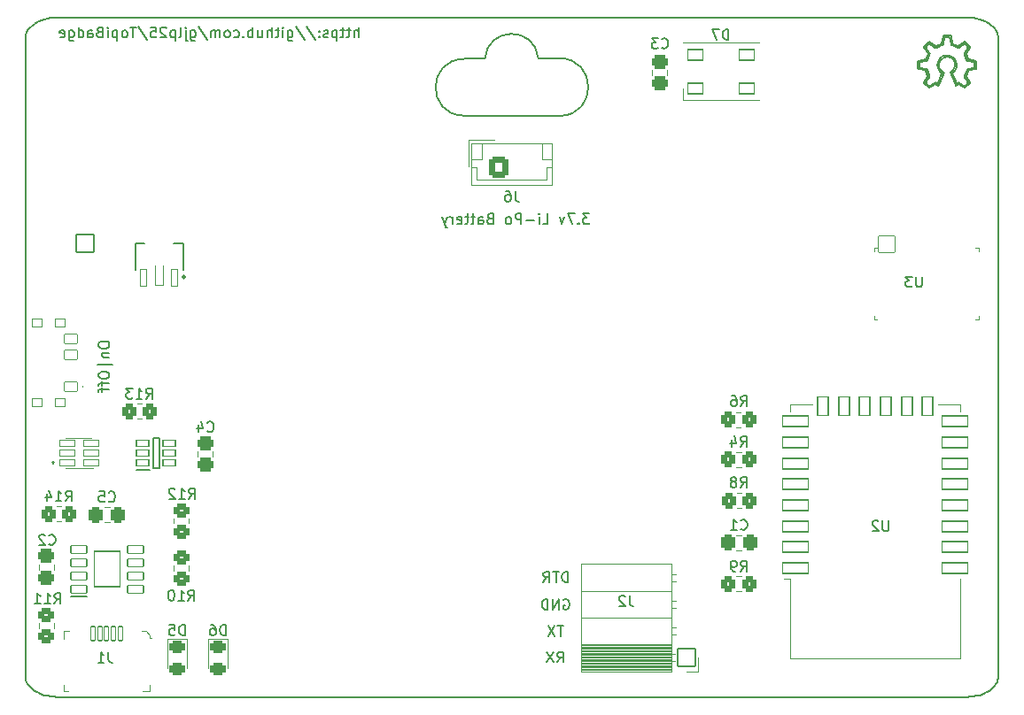
<source format=gbo>
G04 #@! TF.GenerationSoftware,KiCad,Pcbnew,(6.0.0)*
G04 #@! TF.CreationDate,2022-02-16T09:51:19+01:00*
G04 #@! TF.ProjectId,drawing.kicad_v2_pcb,64726177-696e-4672-9e6b-696361645f76,v2.1*
G04 #@! TF.SameCoordinates,Original*
G04 #@! TF.FileFunction,Legend,Bot*
G04 #@! TF.FilePolarity,Positive*
%FSLAX46Y46*%
G04 Gerber Fmt 4.6, Leading zero omitted, Abs format (unit mm)*
G04 Created by KiCad (PCBNEW (6.0.0)) date 2022-02-16 09:51:19*
%MOMM*%
%LPD*%
G01*
G04 APERTURE LIST*
G04 Aperture macros list*
%AMRoundRect*
0 Rectangle with rounded corners*
0 $1 Rounding radius*
0 $2 $3 $4 $5 $6 $7 $8 $9 X,Y pos of 4 corners*
0 Add a 4 corners polygon primitive as box body*
4,1,4,$2,$3,$4,$5,$6,$7,$8,$9,$2,$3,0*
0 Add four circle primitives for the rounded corners*
1,1,$1+$1,$2,$3*
1,1,$1+$1,$4,$5*
1,1,$1+$1,$6,$7*
1,1,$1+$1,$8,$9*
0 Add four rect primitives between the rounded corners*
20,1,$1+$1,$2,$3,$4,$5,0*
20,1,$1+$1,$4,$5,$6,$7,0*
20,1,$1+$1,$6,$7,$8,$9,0*
20,1,$1+$1,$8,$9,$2,$3,0*%
%AMFreePoly0*
4,1,17,0.450135,1.735921,1.035921,1.150135,1.050800,1.114214,1.050800,-1.114214,1.035921,-1.150135,0.450135,-1.735921,0.414214,-1.750800,-0.414214,-1.750800,-0.450135,-1.735921,-1.035921,-1.150135,-1.050800,-1.114214,-1.050800,1.114214,-1.035921,1.150135,-0.450135,1.735921,-0.414214,1.750800,0.414214,1.750800,0.450135,1.735921,0.450135,1.735921,$1*%
G04 Aperture macros list end*
G04 #@! TA.AperFunction,Profile*
%ADD10C,0.150000*%
G04 #@! TD*
%ADD11C,0.150000*%
%ADD12C,0.200000*%
G04 #@! TA.AperFunction,Profile*
%ADD13C,0.200000*%
G04 #@! TD*
%ADD14C,0.120000*%
%ADD15C,0.100000*%
%ADD16C,0.249999*%
%ADD17RoundRect,0.300800X-0.600000X-0.750000X0.600000X-0.750000X0.600000X0.750000X-0.600000X0.750000X0*%
%ADD18O,1.801600X2.101600*%
%ADD19RoundRect,0.050800X0.850000X0.850000X-0.850000X0.850000X-0.850000X-0.850000X0.850000X-0.850000X0*%
%ADD20O,1.801600X1.801600*%
%ADD21RoundRect,0.050800X0.200000X0.675000X-0.200000X0.675000X-0.200000X-0.675000X0.200000X-0.675000X0*%
%ADD22O,1.351600X1.051600*%
%ADD23O,1.101600X1.651600*%
%ADD24RoundRect,0.300800X0.350000X0.450000X-0.350000X0.450000X-0.350000X-0.450000X0.350000X-0.450000X0*%
%ADD25C,1.001600*%
%ADD26RoundRect,0.050800X0.625000X-0.450000X0.625000X0.450000X-0.625000X0.450000X-0.625000X-0.450000X0*%
%ADD27RoundRect,0.050800X0.450000X-0.400000X0.450000X0.400000X-0.450000X0.400000X-0.450000X-0.400000X0*%
%ADD28RoundRect,0.300800X0.450000X-0.350000X0.450000X0.350000X-0.450000X0.350000X-0.450000X-0.350000X0*%
%ADD29RoundRect,0.050800X-0.762500X0.350000X-0.762500X-0.350000X0.762500X-0.350000X0.762500X0.350000X0*%
%ADD30RoundRect,0.050800X-1.256500X-1.701000X1.256500X-1.701000X1.256500X1.701000X-1.256500X1.701000X0*%
%ADD31RoundRect,0.050800X-0.700000X0.300000X-0.700000X-0.300000X0.700000X-0.300000X0.700000X0.300000X0*%
%ADD32RoundRect,0.050800X-0.800000X0.800000X-0.800000X-0.800000X0.800000X-0.800000X0.800000X0.800000X0*%
%ADD33C,1.701600*%
%ADD34RoundRect,0.050800X0.299999X0.799999X-0.299999X0.799999X-0.299999X-0.799999X0.299999X-0.799999X0*%
%ADD35RoundRect,0.050800X0.350000X1.000000X-0.350000X1.000000X-0.350000X-1.000000X0.350000X-1.000000X0*%
%ADD36FreePoly0,180.000000*%
%ADD37RoundRect,0.050800X-1.250000X-0.500000X1.250000X-0.500000X1.250000X0.500000X-1.250000X0.500000X0*%
%ADD38RoundRect,0.050800X-0.500000X-0.900000X0.500000X-0.900000X0.500000X0.900000X-0.500000X0.900000X0*%
%ADD39RoundRect,0.050800X0.750000X0.500000X-0.750000X0.500000X-0.750000X-0.500000X0.750000X-0.500000X0*%
%ADD40RoundRect,0.300800X0.475000X-0.337500X0.475000X0.337500X-0.475000X0.337500X-0.475000X-0.337500X0*%
%ADD41RoundRect,0.300800X-0.450000X0.325000X-0.450000X-0.325000X0.450000X-0.325000X0.450000X0.325000X0*%
%ADD42RoundRect,0.300800X0.337500X0.475000X-0.337500X0.475000X-0.337500X-0.475000X0.337500X-0.475000X0*%
%ADD43RoundRect,0.050800X-0.600000X0.325000X-0.600000X-0.325000X0.600000X-0.325000X0.600000X0.325000X0*%
%ADD44RoundRect,0.050800X-0.850000X-0.850000X0.850000X-0.850000X0.850000X0.850000X-0.850000X0.850000X0*%
%ADD45RoundRect,0.300800X-0.350000X-0.450000X0.350000X-0.450000X0.350000X0.450000X-0.350000X0.450000X0*%
G04 APERTURE END LIST*
D10*
X157096620Y-70834873D02*
X147866620Y-70804873D01*
X147916669Y-65364807D02*
X149926620Y-65364873D01*
X157036620Y-65324874D02*
X155026620Y-65314873D01*
X155026619Y-65314873D02*
G75*
G03*
X149926620Y-65364873I-2548019J-227008D01*
G01*
X147916669Y-65394800D02*
G75*
G03*
X147866620Y-70804873I0J-2705268D01*
G01*
X157096620Y-70834872D02*
G75*
G03*
X157036620Y-65324874I-41644J2754872D01*
G01*
D11*
X137841904Y-63332380D02*
X137841904Y-62332380D01*
X137413333Y-63332380D02*
X137413333Y-62808571D01*
X137460952Y-62713333D01*
X137556190Y-62665714D01*
X137699047Y-62665714D01*
X137794285Y-62713333D01*
X137841904Y-62760952D01*
X137080000Y-62665714D02*
X136699047Y-62665714D01*
X136937142Y-62332380D02*
X136937142Y-63189523D01*
X136889523Y-63284761D01*
X136794285Y-63332380D01*
X136699047Y-63332380D01*
X136508571Y-62665714D02*
X136127619Y-62665714D01*
X136365714Y-62332380D02*
X136365714Y-63189523D01*
X136318095Y-63284761D01*
X136222857Y-63332380D01*
X136127619Y-63332380D01*
X135794285Y-62665714D02*
X135794285Y-63665714D01*
X135794285Y-62713333D02*
X135699047Y-62665714D01*
X135508571Y-62665714D01*
X135413333Y-62713333D01*
X135365714Y-62760952D01*
X135318095Y-62856190D01*
X135318095Y-63141904D01*
X135365714Y-63237142D01*
X135413333Y-63284761D01*
X135508571Y-63332380D01*
X135699047Y-63332380D01*
X135794285Y-63284761D01*
X134937142Y-63284761D02*
X134841904Y-63332380D01*
X134651428Y-63332380D01*
X134556190Y-63284761D01*
X134508571Y-63189523D01*
X134508571Y-63141904D01*
X134556190Y-63046666D01*
X134651428Y-62999047D01*
X134794285Y-62999047D01*
X134889523Y-62951428D01*
X134937142Y-62856190D01*
X134937142Y-62808571D01*
X134889523Y-62713333D01*
X134794285Y-62665714D01*
X134651428Y-62665714D01*
X134556190Y-62713333D01*
X134080000Y-63237142D02*
X134032380Y-63284761D01*
X134080000Y-63332380D01*
X134127619Y-63284761D01*
X134080000Y-63237142D01*
X134080000Y-63332380D01*
X134080000Y-62713333D02*
X134032380Y-62760952D01*
X134080000Y-62808571D01*
X134127619Y-62760952D01*
X134080000Y-62713333D01*
X134080000Y-62808571D01*
X132889523Y-62284761D02*
X133746666Y-63570476D01*
X131841904Y-62284761D02*
X132699047Y-63570476D01*
X131080000Y-62665714D02*
X131080000Y-63475238D01*
X131127619Y-63570476D01*
X131175238Y-63618095D01*
X131270476Y-63665714D01*
X131413333Y-63665714D01*
X131508571Y-63618095D01*
X131080000Y-63284761D02*
X131175238Y-63332380D01*
X131365714Y-63332380D01*
X131460952Y-63284761D01*
X131508571Y-63237142D01*
X131556190Y-63141904D01*
X131556190Y-62856190D01*
X131508571Y-62760952D01*
X131460952Y-62713333D01*
X131365714Y-62665714D01*
X131175238Y-62665714D01*
X131080000Y-62713333D01*
X130603809Y-63332380D02*
X130603809Y-62665714D01*
X130603809Y-62332380D02*
X130651428Y-62380000D01*
X130603809Y-62427619D01*
X130556190Y-62380000D01*
X130603809Y-62332380D01*
X130603809Y-62427619D01*
X130270476Y-62665714D02*
X129889523Y-62665714D01*
X130127619Y-62332380D02*
X130127619Y-63189523D01*
X130080000Y-63284761D01*
X129984761Y-63332380D01*
X129889523Y-63332380D01*
X129556190Y-63332380D02*
X129556190Y-62332380D01*
X129127619Y-63332380D02*
X129127619Y-62808571D01*
X129175238Y-62713333D01*
X129270476Y-62665714D01*
X129413333Y-62665714D01*
X129508571Y-62713333D01*
X129556190Y-62760952D01*
X128222857Y-62665714D02*
X128222857Y-63332380D01*
X128651428Y-62665714D02*
X128651428Y-63189523D01*
X128603809Y-63284761D01*
X128508571Y-63332380D01*
X128365714Y-63332380D01*
X128270476Y-63284761D01*
X128222857Y-63237142D01*
X127746666Y-63332380D02*
X127746666Y-62332380D01*
X127746666Y-62713333D02*
X127651428Y-62665714D01*
X127460952Y-62665714D01*
X127365714Y-62713333D01*
X127318095Y-62760952D01*
X127270476Y-62856190D01*
X127270476Y-63141904D01*
X127318095Y-63237142D01*
X127365714Y-63284761D01*
X127460952Y-63332380D01*
X127651428Y-63332380D01*
X127746666Y-63284761D01*
X126841904Y-63237142D02*
X126794285Y-63284761D01*
X126841904Y-63332380D01*
X126889523Y-63284761D01*
X126841904Y-63237142D01*
X126841904Y-63332380D01*
X125937142Y-63284761D02*
X126032380Y-63332380D01*
X126222857Y-63332380D01*
X126318095Y-63284761D01*
X126365714Y-63237142D01*
X126413333Y-63141904D01*
X126413333Y-62856190D01*
X126365714Y-62760952D01*
X126318095Y-62713333D01*
X126222857Y-62665714D01*
X126032380Y-62665714D01*
X125937142Y-62713333D01*
X125365714Y-63332380D02*
X125460952Y-63284761D01*
X125508571Y-63237142D01*
X125556190Y-63141904D01*
X125556190Y-62856190D01*
X125508571Y-62760952D01*
X125460952Y-62713333D01*
X125365714Y-62665714D01*
X125222857Y-62665714D01*
X125127619Y-62713333D01*
X125080000Y-62760952D01*
X125032380Y-62856190D01*
X125032380Y-63141904D01*
X125080000Y-63237142D01*
X125127619Y-63284761D01*
X125222857Y-63332380D01*
X125365714Y-63332380D01*
X124603809Y-63332380D02*
X124603809Y-62665714D01*
X124603809Y-62760952D02*
X124556190Y-62713333D01*
X124460952Y-62665714D01*
X124318095Y-62665714D01*
X124222857Y-62713333D01*
X124175238Y-62808571D01*
X124175238Y-63332380D01*
X124175238Y-62808571D02*
X124127619Y-62713333D01*
X124032380Y-62665714D01*
X123889523Y-62665714D01*
X123794285Y-62713333D01*
X123746666Y-62808571D01*
X123746666Y-63332380D01*
X122556190Y-62284761D02*
X123413333Y-63570476D01*
X121794285Y-62665714D02*
X121794285Y-63475238D01*
X121841904Y-63570476D01*
X121889523Y-63618095D01*
X121984761Y-63665714D01*
X122127619Y-63665714D01*
X122222857Y-63618095D01*
X121794285Y-63284761D02*
X121889523Y-63332380D01*
X122080000Y-63332380D01*
X122175238Y-63284761D01*
X122222857Y-63237142D01*
X122270476Y-63141904D01*
X122270476Y-62856190D01*
X122222857Y-62760952D01*
X122175238Y-62713333D01*
X122080000Y-62665714D01*
X121889523Y-62665714D01*
X121794285Y-62713333D01*
X121318095Y-62665714D02*
X121318095Y-63522857D01*
X121365714Y-63618095D01*
X121460952Y-63665714D01*
X121508571Y-63665714D01*
X121318095Y-62332380D02*
X121365714Y-62380000D01*
X121318095Y-62427619D01*
X121270476Y-62380000D01*
X121318095Y-62332380D01*
X121318095Y-62427619D01*
X120699047Y-63332380D02*
X120794285Y-63284761D01*
X120841904Y-63189523D01*
X120841904Y-62332380D01*
X120318095Y-62665714D02*
X120318095Y-63665714D01*
X120318095Y-62713333D02*
X120222857Y-62665714D01*
X120032380Y-62665714D01*
X119937142Y-62713333D01*
X119889523Y-62760952D01*
X119841904Y-62856190D01*
X119841904Y-63141904D01*
X119889523Y-63237142D01*
X119937142Y-63284761D01*
X120032380Y-63332380D01*
X120222857Y-63332380D01*
X120318095Y-63284761D01*
X119460952Y-62427619D02*
X119413333Y-62380000D01*
X119318095Y-62332380D01*
X119080000Y-62332380D01*
X118984761Y-62380000D01*
X118937142Y-62427619D01*
X118889523Y-62522857D01*
X118889523Y-62618095D01*
X118937142Y-62760952D01*
X119508571Y-63332380D01*
X118889523Y-63332380D01*
X117984761Y-62332380D02*
X118460952Y-62332380D01*
X118508571Y-62808571D01*
X118460952Y-62760952D01*
X118365714Y-62713333D01*
X118127619Y-62713333D01*
X118032380Y-62760952D01*
X117984761Y-62808571D01*
X117937142Y-62903809D01*
X117937142Y-63141904D01*
X117984761Y-63237142D01*
X118032380Y-63284761D01*
X118127619Y-63332380D01*
X118365714Y-63332380D01*
X118460952Y-63284761D01*
X118508571Y-63237142D01*
X116794285Y-62284761D02*
X117651428Y-63570476D01*
X116603809Y-62332380D02*
X116032380Y-62332380D01*
X116318095Y-63332380D02*
X116318095Y-62332380D01*
X115556190Y-63332380D02*
X115651428Y-63284761D01*
X115699047Y-63237142D01*
X115746666Y-63141904D01*
X115746666Y-62856190D01*
X115699047Y-62760952D01*
X115651428Y-62713333D01*
X115556190Y-62665714D01*
X115413333Y-62665714D01*
X115318095Y-62713333D01*
X115270476Y-62760952D01*
X115222857Y-62856190D01*
X115222857Y-63141904D01*
X115270476Y-63237142D01*
X115318095Y-63284761D01*
X115413333Y-63332380D01*
X115556190Y-63332380D01*
X114794285Y-62665714D02*
X114794285Y-63665714D01*
X114794285Y-62713333D02*
X114699047Y-62665714D01*
X114508571Y-62665714D01*
X114413333Y-62713333D01*
X114365714Y-62760952D01*
X114318095Y-62856190D01*
X114318095Y-63141904D01*
X114365714Y-63237142D01*
X114413333Y-63284761D01*
X114508571Y-63332380D01*
X114699047Y-63332380D01*
X114794285Y-63284761D01*
X113889523Y-63332380D02*
X113889523Y-62665714D01*
X113889523Y-62332380D02*
X113937142Y-62380000D01*
X113889523Y-62427619D01*
X113841904Y-62380000D01*
X113889523Y-62332380D01*
X113889523Y-62427619D01*
X113080000Y-62808571D02*
X112937142Y-62856190D01*
X112889523Y-62903809D01*
X112841904Y-62999047D01*
X112841904Y-63141904D01*
X112889523Y-63237142D01*
X112937142Y-63284761D01*
X113032380Y-63332380D01*
X113413333Y-63332380D01*
X113413333Y-62332380D01*
X113080000Y-62332380D01*
X112984761Y-62380000D01*
X112937142Y-62427619D01*
X112889523Y-62522857D01*
X112889523Y-62618095D01*
X112937142Y-62713333D01*
X112984761Y-62760952D01*
X113080000Y-62808571D01*
X113413333Y-62808571D01*
X111984761Y-63332380D02*
X111984761Y-62808571D01*
X112032380Y-62713333D01*
X112127619Y-62665714D01*
X112318095Y-62665714D01*
X112413333Y-62713333D01*
X111984761Y-63284761D02*
X112080000Y-63332380D01*
X112318095Y-63332380D01*
X112413333Y-63284761D01*
X112460952Y-63189523D01*
X112460952Y-63094285D01*
X112413333Y-62999047D01*
X112318095Y-62951428D01*
X112080000Y-62951428D01*
X111984761Y-62903809D01*
X111080000Y-63332380D02*
X111080000Y-62332380D01*
X111080000Y-63284761D02*
X111175238Y-63332380D01*
X111365714Y-63332380D01*
X111460952Y-63284761D01*
X111508571Y-63237142D01*
X111556190Y-63141904D01*
X111556190Y-62856190D01*
X111508571Y-62760952D01*
X111460952Y-62713333D01*
X111365714Y-62665714D01*
X111175238Y-62665714D01*
X111080000Y-62713333D01*
X110175238Y-62665714D02*
X110175238Y-63475238D01*
X110222857Y-63570476D01*
X110270476Y-63618095D01*
X110365714Y-63665714D01*
X110508571Y-63665714D01*
X110603809Y-63618095D01*
X110175238Y-63284761D02*
X110270476Y-63332380D01*
X110460952Y-63332380D01*
X110556190Y-63284761D01*
X110603809Y-63237142D01*
X110651428Y-63141904D01*
X110651428Y-62856190D01*
X110603809Y-62760952D01*
X110556190Y-62713333D01*
X110460952Y-62665714D01*
X110270476Y-62665714D01*
X110175238Y-62713333D01*
X109318095Y-63284761D02*
X109413333Y-63332380D01*
X109603809Y-63332380D01*
X109699047Y-63284761D01*
X109746666Y-63189523D01*
X109746666Y-62808571D01*
X109699047Y-62713333D01*
X109603809Y-62665714D01*
X109413333Y-62665714D01*
X109318095Y-62713333D01*
X109270476Y-62808571D01*
X109270476Y-62903809D01*
X109746666Y-62999047D01*
D12*
X199009991Y-124410835D02*
X198994558Y-124617854D01*
X198949252Y-124818762D01*
X198875557Y-125012559D01*
X198774959Y-125198246D01*
X198648943Y-125374823D01*
X198498994Y-125541290D01*
X198326598Y-125696648D01*
X198133240Y-125839897D01*
X197920406Y-125970037D01*
X197689580Y-126086068D01*
X197442248Y-126186991D01*
X197179896Y-126271807D01*
X196904009Y-126339514D01*
X196616072Y-126389115D01*
X196317570Y-126419608D01*
X196009990Y-126429995D01*
X196009990Y-61430000D02*
X196317570Y-61440386D01*
X196616072Y-61470880D01*
X196904009Y-61520480D01*
X197179896Y-61588188D01*
X197442248Y-61673004D01*
X197689580Y-61773927D01*
X197920406Y-61889959D01*
X198133240Y-62020099D01*
X198326598Y-62163348D01*
X198498994Y-62318706D01*
X198648943Y-62485173D01*
X198774959Y-62661750D01*
X198875557Y-62847436D01*
X198949252Y-63041233D01*
X198994558Y-63242140D01*
X199009991Y-63449159D01*
D13*
X109010000Y-61430000D02*
X109010000Y-61430000D01*
D12*
X109010000Y-126429995D02*
X108702419Y-126419608D01*
X108403917Y-126389115D01*
X108115979Y-126339514D01*
X107840092Y-126271807D01*
X107577739Y-126186991D01*
X107330408Y-126086068D01*
X107099582Y-125970037D01*
X106886747Y-125839897D01*
X106693389Y-125696648D01*
X106520992Y-125541290D01*
X106371043Y-125374823D01*
X106245027Y-125198246D01*
X106144429Y-125012559D01*
X106070734Y-124818762D01*
X106025428Y-124617854D01*
X106009996Y-124410835D01*
D13*
X196009990Y-126429995D02*
X109010000Y-126429995D01*
X199009991Y-63449159D02*
X199009991Y-124410835D01*
D12*
X106009996Y-63449159D02*
X106025428Y-63242140D01*
X106070734Y-63041233D01*
X106144429Y-62847436D01*
X106245027Y-62661750D01*
X106371043Y-62485173D01*
X106520992Y-62318706D01*
X106693389Y-62163348D01*
X106886747Y-62020099D01*
X107099582Y-61889959D01*
X107330408Y-61773927D01*
X107577739Y-61673004D01*
X107840092Y-61588188D01*
X108115979Y-61520480D01*
X108403917Y-61470880D01*
X108702419Y-61440386D01*
X109010000Y-61430000D01*
D13*
X106009996Y-124410835D02*
X106009996Y-63449159D01*
X109010000Y-61430000D02*
X196009990Y-61430000D01*
D11*
X157431904Y-119612380D02*
X156860476Y-119612380D01*
X157146190Y-120612380D02*
X157146190Y-119612380D01*
X156622380Y-119612380D02*
X155955714Y-120612380D01*
X155955714Y-119612380D02*
X156622380Y-120612380D01*
X157451904Y-117120000D02*
X157547142Y-117072380D01*
X157690000Y-117072380D01*
X157832857Y-117120000D01*
X157928095Y-117215238D01*
X157975714Y-117310476D01*
X158023333Y-117500952D01*
X158023333Y-117643809D01*
X157975714Y-117834285D01*
X157928095Y-117929523D01*
X157832857Y-118024761D01*
X157690000Y-118072380D01*
X157594761Y-118072380D01*
X157451904Y-118024761D01*
X157404285Y-117977142D01*
X157404285Y-117643809D01*
X157594761Y-117643809D01*
X156975714Y-118072380D02*
X156975714Y-117072380D01*
X156404285Y-118072380D01*
X156404285Y-117072380D01*
X155928095Y-118072380D02*
X155928095Y-117072380D01*
X155690000Y-117072380D01*
X155547142Y-117120000D01*
X155451904Y-117215238D01*
X155404285Y-117310476D01*
X155356666Y-117500952D01*
X155356666Y-117643809D01*
X155404285Y-117834285D01*
X155451904Y-117929523D01*
X155547142Y-118024761D01*
X155690000Y-118072380D01*
X155928095Y-118072380D01*
X159917619Y-80182380D02*
X159298571Y-80182380D01*
X159631904Y-80563333D01*
X159489047Y-80563333D01*
X159393809Y-80610952D01*
X159346190Y-80658571D01*
X159298571Y-80753809D01*
X159298571Y-80991904D01*
X159346190Y-81087142D01*
X159393809Y-81134761D01*
X159489047Y-81182380D01*
X159774761Y-81182380D01*
X159870000Y-81134761D01*
X159917619Y-81087142D01*
X158870000Y-81087142D02*
X158822380Y-81134761D01*
X158870000Y-81182380D01*
X158917619Y-81134761D01*
X158870000Y-81087142D01*
X158870000Y-81182380D01*
X158489047Y-80182380D02*
X157822380Y-80182380D01*
X158250952Y-81182380D01*
X157536666Y-80515714D02*
X157298571Y-81182380D01*
X157060476Y-80515714D01*
X155441428Y-81182380D02*
X155917619Y-81182380D01*
X155917619Y-80182380D01*
X155108095Y-81182380D02*
X155108095Y-80515714D01*
X155108095Y-80182380D02*
X155155714Y-80230000D01*
X155108095Y-80277619D01*
X155060476Y-80230000D01*
X155108095Y-80182380D01*
X155108095Y-80277619D01*
X154631904Y-80801428D02*
X153870000Y-80801428D01*
X153393809Y-81182380D02*
X153393809Y-80182380D01*
X153012857Y-80182380D01*
X152917619Y-80230000D01*
X152870000Y-80277619D01*
X152822380Y-80372857D01*
X152822380Y-80515714D01*
X152870000Y-80610952D01*
X152917619Y-80658571D01*
X153012857Y-80706190D01*
X153393809Y-80706190D01*
X152250952Y-81182380D02*
X152346190Y-81134761D01*
X152393809Y-81087142D01*
X152441428Y-80991904D01*
X152441428Y-80706190D01*
X152393809Y-80610952D01*
X152346190Y-80563333D01*
X152250952Y-80515714D01*
X152108095Y-80515714D01*
X152012857Y-80563333D01*
X151965238Y-80610952D01*
X151917619Y-80706190D01*
X151917619Y-80991904D01*
X151965238Y-81087142D01*
X152012857Y-81134761D01*
X152108095Y-81182380D01*
X152250952Y-81182380D01*
X150393809Y-80658571D02*
X150250952Y-80706190D01*
X150203333Y-80753809D01*
X150155714Y-80849047D01*
X150155714Y-80991904D01*
X150203333Y-81087142D01*
X150250952Y-81134761D01*
X150346190Y-81182380D01*
X150727142Y-81182380D01*
X150727142Y-80182380D01*
X150393809Y-80182380D01*
X150298571Y-80230000D01*
X150250952Y-80277619D01*
X150203333Y-80372857D01*
X150203333Y-80468095D01*
X150250952Y-80563333D01*
X150298571Y-80610952D01*
X150393809Y-80658571D01*
X150727142Y-80658571D01*
X149298571Y-81182380D02*
X149298571Y-80658571D01*
X149346190Y-80563333D01*
X149441428Y-80515714D01*
X149631904Y-80515714D01*
X149727142Y-80563333D01*
X149298571Y-81134761D02*
X149393809Y-81182380D01*
X149631904Y-81182380D01*
X149727142Y-81134761D01*
X149774761Y-81039523D01*
X149774761Y-80944285D01*
X149727142Y-80849047D01*
X149631904Y-80801428D01*
X149393809Y-80801428D01*
X149298571Y-80753809D01*
X148965238Y-80515714D02*
X148584285Y-80515714D01*
X148822380Y-80182380D02*
X148822380Y-81039523D01*
X148774761Y-81134761D01*
X148679523Y-81182380D01*
X148584285Y-81182380D01*
X148393809Y-80515714D02*
X148012857Y-80515714D01*
X148250952Y-80182380D02*
X148250952Y-81039523D01*
X148203333Y-81134761D01*
X148108095Y-81182380D01*
X148012857Y-81182380D01*
X147298571Y-81134761D02*
X147393809Y-81182380D01*
X147584285Y-81182380D01*
X147679523Y-81134761D01*
X147727142Y-81039523D01*
X147727142Y-80658571D01*
X147679523Y-80563333D01*
X147584285Y-80515714D01*
X147393809Y-80515714D01*
X147298571Y-80563333D01*
X147250952Y-80658571D01*
X147250952Y-80753809D01*
X147727142Y-80849047D01*
X146822380Y-81182380D02*
X146822380Y-80515714D01*
X146822380Y-80706190D02*
X146774761Y-80610952D01*
X146727142Y-80563333D01*
X146631904Y-80515714D01*
X146536666Y-80515714D01*
X146298571Y-80515714D02*
X146060476Y-81182380D01*
X145822380Y-80515714D02*
X146060476Y-81182380D01*
X146155714Y-81420476D01*
X146203333Y-81468095D01*
X146298571Y-81515714D01*
X113015780Y-92648352D02*
X113015780Y-92838828D01*
X113063400Y-92934066D01*
X113158638Y-93029304D01*
X113349114Y-93076923D01*
X113682447Y-93076923D01*
X113872923Y-93029304D01*
X113968161Y-92934066D01*
X114015780Y-92838828D01*
X114015780Y-92648352D01*
X113968161Y-92553114D01*
X113872923Y-92457876D01*
X113682447Y-92410257D01*
X113349114Y-92410257D01*
X113158638Y-92457876D01*
X113063400Y-92553114D01*
X113015780Y-92648352D01*
X113349114Y-93505495D02*
X114015780Y-93505495D01*
X113444352Y-93505495D02*
X113396733Y-93553114D01*
X113349114Y-93648352D01*
X113349114Y-93791209D01*
X113396733Y-93886447D01*
X113491971Y-93934066D01*
X114015780Y-93934066D01*
X114349114Y-94648352D02*
X112920542Y-94648352D01*
X113015780Y-95553114D02*
X113015780Y-95743590D01*
X113063400Y-95838828D01*
X113158638Y-95934066D01*
X113349114Y-95981685D01*
X113682447Y-95981685D01*
X113872923Y-95934066D01*
X113968161Y-95838828D01*
X114015780Y-95743590D01*
X114015780Y-95553114D01*
X113968161Y-95457876D01*
X113872923Y-95362638D01*
X113682447Y-95315019D01*
X113349114Y-95315019D01*
X113158638Y-95362638D01*
X113063400Y-95457876D01*
X113015780Y-95553114D01*
X113349114Y-96267400D02*
X113349114Y-96648352D01*
X114015780Y-96410257D02*
X113158638Y-96410257D01*
X113063400Y-96457876D01*
X113015780Y-96553114D01*
X113015780Y-96648352D01*
X113349114Y-96838828D02*
X113349114Y-97219780D01*
X114015780Y-96981685D02*
X113158638Y-96981685D01*
X113063400Y-97029304D01*
X113015780Y-97124542D01*
X113015780Y-97219780D01*
X156836666Y-123112380D02*
X157170000Y-122636190D01*
X157408095Y-123112380D02*
X157408095Y-122112380D01*
X157027142Y-122112380D01*
X156931904Y-122160000D01*
X156884285Y-122207619D01*
X156836666Y-122302857D01*
X156836666Y-122445714D01*
X156884285Y-122540952D01*
X156931904Y-122588571D01*
X157027142Y-122636190D01*
X157408095Y-122636190D01*
X156503333Y-122112380D02*
X155836666Y-123112380D01*
X155836666Y-122112380D02*
X156503333Y-123112380D01*
X157852857Y-115452380D02*
X157852857Y-114452380D01*
X157614761Y-114452380D01*
X157471904Y-114500000D01*
X157376666Y-114595238D01*
X157329047Y-114690476D01*
X157281428Y-114880952D01*
X157281428Y-115023809D01*
X157329047Y-115214285D01*
X157376666Y-115309523D01*
X157471904Y-115404761D01*
X157614761Y-115452380D01*
X157852857Y-115452380D01*
X156995714Y-114452380D02*
X156424285Y-114452380D01*
X156710000Y-115452380D02*
X156710000Y-114452380D01*
X155519523Y-115452380D02*
X155852857Y-114976190D01*
X156090952Y-115452380D02*
X156090952Y-114452380D01*
X155710000Y-114452380D01*
X155614761Y-114500000D01*
X155567142Y-114547619D01*
X155519523Y-114642857D01*
X155519523Y-114785714D01*
X155567142Y-114880952D01*
X155614761Y-114928571D01*
X155710000Y-114976190D01*
X156090952Y-114976190D01*
X152833333Y-78012380D02*
X152833333Y-78726666D01*
X152880952Y-78869523D01*
X152976190Y-78964761D01*
X153119047Y-79012380D01*
X153214285Y-79012380D01*
X151928571Y-78012380D02*
X152119047Y-78012380D01*
X152214285Y-78060000D01*
X152261904Y-78107619D01*
X152357142Y-78250476D01*
X152404761Y-78440952D01*
X152404761Y-78821904D01*
X152357142Y-78917142D01*
X152309523Y-78964761D01*
X152214285Y-79012380D01*
X152023809Y-79012380D01*
X151928571Y-78964761D01*
X151880952Y-78917142D01*
X151833333Y-78821904D01*
X151833333Y-78583809D01*
X151880952Y-78488571D01*
X151928571Y-78440952D01*
X152023809Y-78393333D01*
X152214285Y-78393333D01*
X152309523Y-78440952D01*
X152357142Y-78488571D01*
X152404761Y-78583809D01*
X113943333Y-122132380D02*
X113943333Y-122846666D01*
X113990952Y-122989523D01*
X114086190Y-123084761D01*
X114229047Y-123132380D01*
X114324285Y-123132380D01*
X112943333Y-123132380D02*
X113514761Y-123132380D01*
X113229047Y-123132380D02*
X113229047Y-122132380D01*
X113324285Y-122275238D01*
X113419523Y-122370476D01*
X113514761Y-122418095D01*
X174356666Y-106382380D02*
X174690000Y-105906190D01*
X174928095Y-106382380D02*
X174928095Y-105382380D01*
X174547142Y-105382380D01*
X174451904Y-105430000D01*
X174404285Y-105477619D01*
X174356666Y-105572857D01*
X174356666Y-105715714D01*
X174404285Y-105810952D01*
X174451904Y-105858571D01*
X174547142Y-105906190D01*
X174928095Y-105906190D01*
X173785238Y-105810952D02*
X173880476Y-105763333D01*
X173928095Y-105715714D01*
X173975714Y-105620476D01*
X173975714Y-105572857D01*
X173928095Y-105477619D01*
X173880476Y-105430000D01*
X173785238Y-105382380D01*
X173594761Y-105382380D01*
X173499523Y-105430000D01*
X173451904Y-105477619D01*
X173404285Y-105572857D01*
X173404285Y-105620476D01*
X173451904Y-105715714D01*
X173499523Y-105763333D01*
X173594761Y-105810952D01*
X173785238Y-105810952D01*
X173880476Y-105858571D01*
X173928095Y-105906190D01*
X173975714Y-106001428D01*
X173975714Y-106191904D01*
X173928095Y-106287142D01*
X173880476Y-106334761D01*
X173785238Y-106382380D01*
X173594761Y-106382380D01*
X173499523Y-106334761D01*
X173451904Y-106287142D01*
X173404285Y-106191904D01*
X173404285Y-106001428D01*
X173451904Y-105906190D01*
X173499523Y-105858571D01*
X173594761Y-105810952D01*
X109842857Y-107702380D02*
X110176190Y-107226190D01*
X110414285Y-107702380D02*
X110414285Y-106702380D01*
X110033333Y-106702380D01*
X109938095Y-106750000D01*
X109890476Y-106797619D01*
X109842857Y-106892857D01*
X109842857Y-107035714D01*
X109890476Y-107130952D01*
X109938095Y-107178571D01*
X110033333Y-107226190D01*
X110414285Y-107226190D01*
X108890476Y-107702380D02*
X109461904Y-107702380D01*
X109176190Y-107702380D02*
X109176190Y-106702380D01*
X109271428Y-106845238D01*
X109366666Y-106940476D01*
X109461904Y-106988095D01*
X108033333Y-107035714D02*
X108033333Y-107702380D01*
X108271428Y-106654761D02*
X108509523Y-107369047D01*
X107890476Y-107369047D01*
X121562857Y-117212380D02*
X121896190Y-116736190D01*
X122134285Y-117212380D02*
X122134285Y-116212380D01*
X121753333Y-116212380D01*
X121658095Y-116260000D01*
X121610476Y-116307619D01*
X121562857Y-116402857D01*
X121562857Y-116545714D01*
X121610476Y-116640952D01*
X121658095Y-116688571D01*
X121753333Y-116736190D01*
X122134285Y-116736190D01*
X120610476Y-117212380D02*
X121181904Y-117212380D01*
X120896190Y-117212380D02*
X120896190Y-116212380D01*
X120991428Y-116355238D01*
X121086666Y-116450476D01*
X121181904Y-116498095D01*
X119991428Y-116212380D02*
X119896190Y-116212380D01*
X119800952Y-116260000D01*
X119753333Y-116307619D01*
X119705714Y-116402857D01*
X119658095Y-116593333D01*
X119658095Y-116831428D01*
X119705714Y-117021904D01*
X119753333Y-117117142D01*
X119800952Y-117164761D01*
X119896190Y-117212380D01*
X119991428Y-117212380D01*
X120086666Y-117164761D01*
X120134285Y-117117142D01*
X120181904Y-117021904D01*
X120229523Y-116831428D01*
X120229523Y-116593333D01*
X120181904Y-116402857D01*
X120134285Y-116307619D01*
X120086666Y-116260000D01*
X119991428Y-116212380D01*
X191721904Y-86222380D02*
X191721904Y-87031904D01*
X191674285Y-87127142D01*
X191626666Y-87174761D01*
X191531428Y-87222380D01*
X191340952Y-87222380D01*
X191245714Y-87174761D01*
X191198095Y-87127142D01*
X191150476Y-87031904D01*
X191150476Y-86222380D01*
X190769523Y-86222380D02*
X190150476Y-86222380D01*
X190483809Y-86603333D01*
X190340952Y-86603333D01*
X190245714Y-86650952D01*
X190198095Y-86698571D01*
X190150476Y-86793809D01*
X190150476Y-87031904D01*
X190198095Y-87127142D01*
X190245714Y-87174761D01*
X190340952Y-87222380D01*
X190626666Y-87222380D01*
X190721904Y-87174761D01*
X190769523Y-87127142D01*
X117542857Y-97902380D02*
X117876190Y-97426190D01*
X118114285Y-97902380D02*
X118114285Y-96902380D01*
X117733333Y-96902380D01*
X117638095Y-96950000D01*
X117590476Y-96997619D01*
X117542857Y-97092857D01*
X117542857Y-97235714D01*
X117590476Y-97330952D01*
X117638095Y-97378571D01*
X117733333Y-97426190D01*
X118114285Y-97426190D01*
X116590476Y-97902380D02*
X117161904Y-97902380D01*
X116876190Y-97902380D02*
X116876190Y-96902380D01*
X116971428Y-97045238D01*
X117066666Y-97140476D01*
X117161904Y-97188095D01*
X116257142Y-96902380D02*
X115638095Y-96902380D01*
X115971428Y-97283333D01*
X115828571Y-97283333D01*
X115733333Y-97330952D01*
X115685714Y-97378571D01*
X115638095Y-97473809D01*
X115638095Y-97711904D01*
X115685714Y-97807142D01*
X115733333Y-97854761D01*
X115828571Y-97902380D01*
X116114285Y-97902380D01*
X116209523Y-97854761D01*
X116257142Y-97807142D01*
X188511904Y-109562380D02*
X188511904Y-110371904D01*
X188464285Y-110467142D01*
X188416666Y-110514761D01*
X188321428Y-110562380D01*
X188130952Y-110562380D01*
X188035714Y-110514761D01*
X187988095Y-110467142D01*
X187940476Y-110371904D01*
X187940476Y-109562380D01*
X187511904Y-109657619D02*
X187464285Y-109610000D01*
X187369047Y-109562380D01*
X187130952Y-109562380D01*
X187035714Y-109610000D01*
X186988095Y-109657619D01*
X186940476Y-109752857D01*
X186940476Y-109848095D01*
X186988095Y-109990952D01*
X187559523Y-110562380D01*
X186940476Y-110562380D01*
X173204095Y-63551180D02*
X173204095Y-62551180D01*
X172966000Y-62551180D01*
X172823142Y-62598800D01*
X172727904Y-62694038D01*
X172680285Y-62789276D01*
X172632666Y-62979752D01*
X172632666Y-63122609D01*
X172680285Y-63313085D01*
X172727904Y-63408323D01*
X172823142Y-63503561D01*
X172966000Y-63551180D01*
X173204095Y-63551180D01*
X172299333Y-62551180D02*
X171632666Y-62551180D01*
X172061238Y-63551180D01*
X123386666Y-100997142D02*
X123434285Y-101044761D01*
X123577142Y-101092380D01*
X123672380Y-101092380D01*
X123815238Y-101044761D01*
X123910476Y-100949523D01*
X123958095Y-100854285D01*
X124005714Y-100663809D01*
X124005714Y-100520952D01*
X123958095Y-100330476D01*
X123910476Y-100235238D01*
X123815238Y-100140000D01*
X123672380Y-100092380D01*
X123577142Y-100092380D01*
X123434285Y-100140000D01*
X123386666Y-100187619D01*
X122529523Y-100425714D02*
X122529523Y-101092380D01*
X122767619Y-100044761D02*
X123005714Y-100759047D01*
X122386666Y-100759047D01*
X174366666Y-114402380D02*
X174700000Y-113926190D01*
X174938095Y-114402380D02*
X174938095Y-113402380D01*
X174557142Y-113402380D01*
X174461904Y-113450000D01*
X174414285Y-113497619D01*
X174366666Y-113592857D01*
X174366666Y-113735714D01*
X174414285Y-113830952D01*
X174461904Y-113878571D01*
X174557142Y-113926190D01*
X174938095Y-113926190D01*
X173890476Y-114402380D02*
X173700000Y-114402380D01*
X173604761Y-114354761D01*
X173557142Y-114307142D01*
X173461904Y-114164285D01*
X173414285Y-113973809D01*
X173414285Y-113592857D01*
X173461904Y-113497619D01*
X173509523Y-113450000D01*
X173604761Y-113402380D01*
X173795238Y-113402380D01*
X173890476Y-113450000D01*
X173938095Y-113497619D01*
X173985714Y-113592857D01*
X173985714Y-113830952D01*
X173938095Y-113926190D01*
X173890476Y-113973809D01*
X173795238Y-114021428D01*
X173604761Y-114021428D01*
X173509523Y-113973809D01*
X173461904Y-113926190D01*
X173414285Y-113830952D01*
X121238095Y-120522380D02*
X121238095Y-119522380D01*
X121000000Y-119522380D01*
X120857142Y-119570000D01*
X120761904Y-119665238D01*
X120714285Y-119760476D01*
X120666666Y-119950952D01*
X120666666Y-120093809D01*
X120714285Y-120284285D01*
X120761904Y-120379523D01*
X120857142Y-120474761D01*
X121000000Y-120522380D01*
X121238095Y-120522380D01*
X119761904Y-119522380D02*
X120238095Y-119522380D01*
X120285714Y-119998571D01*
X120238095Y-119950952D01*
X120142857Y-119903333D01*
X119904761Y-119903333D01*
X119809523Y-119950952D01*
X119761904Y-119998571D01*
X119714285Y-120093809D01*
X119714285Y-120331904D01*
X119761904Y-120427142D01*
X119809523Y-120474761D01*
X119904761Y-120522380D01*
X120142857Y-120522380D01*
X120238095Y-120474761D01*
X120285714Y-120427142D01*
X113966666Y-107677142D02*
X114014285Y-107724761D01*
X114157142Y-107772380D01*
X114252380Y-107772380D01*
X114395238Y-107724761D01*
X114490476Y-107629523D01*
X114538095Y-107534285D01*
X114585714Y-107343809D01*
X114585714Y-107200952D01*
X114538095Y-107010476D01*
X114490476Y-106915238D01*
X114395238Y-106820000D01*
X114252380Y-106772380D01*
X114157142Y-106772380D01*
X114014285Y-106820000D01*
X113966666Y-106867619D01*
X113061904Y-106772380D02*
X113538095Y-106772380D01*
X113585714Y-107248571D01*
X113538095Y-107200952D01*
X113442857Y-107153333D01*
X113204761Y-107153333D01*
X113109523Y-107200952D01*
X113061904Y-107248571D01*
X113014285Y-107343809D01*
X113014285Y-107581904D01*
X113061904Y-107677142D01*
X113109523Y-107724761D01*
X113204761Y-107772380D01*
X113442857Y-107772380D01*
X113538095Y-107724761D01*
X113585714Y-107677142D01*
X121632857Y-107462380D02*
X121966190Y-106986190D01*
X122204285Y-107462380D02*
X122204285Y-106462380D01*
X121823333Y-106462380D01*
X121728095Y-106510000D01*
X121680476Y-106557619D01*
X121632857Y-106652857D01*
X121632857Y-106795714D01*
X121680476Y-106890952D01*
X121728095Y-106938571D01*
X121823333Y-106986190D01*
X122204285Y-106986190D01*
X120680476Y-107462380D02*
X121251904Y-107462380D01*
X120966190Y-107462380D02*
X120966190Y-106462380D01*
X121061428Y-106605238D01*
X121156666Y-106700476D01*
X121251904Y-106748095D01*
X120299523Y-106557619D02*
X120251904Y-106510000D01*
X120156666Y-106462380D01*
X119918571Y-106462380D01*
X119823333Y-106510000D01*
X119775714Y-106557619D01*
X119728095Y-106652857D01*
X119728095Y-106748095D01*
X119775714Y-106890952D01*
X120347142Y-107462380D01*
X119728095Y-107462380D01*
X108256666Y-111797142D02*
X108304285Y-111844761D01*
X108447142Y-111892380D01*
X108542380Y-111892380D01*
X108685238Y-111844761D01*
X108780476Y-111749523D01*
X108828095Y-111654285D01*
X108875714Y-111463809D01*
X108875714Y-111320952D01*
X108828095Y-111130476D01*
X108780476Y-111035238D01*
X108685238Y-110940000D01*
X108542380Y-110892380D01*
X108447142Y-110892380D01*
X108304285Y-110940000D01*
X108256666Y-110987619D01*
X107875714Y-110987619D02*
X107828095Y-110940000D01*
X107732857Y-110892380D01*
X107494761Y-110892380D01*
X107399523Y-110940000D01*
X107351904Y-110987619D01*
X107304285Y-111082857D01*
X107304285Y-111178095D01*
X107351904Y-111320952D01*
X107923333Y-111892380D01*
X107304285Y-111892380D01*
X125148095Y-120522380D02*
X125148095Y-119522380D01*
X124910000Y-119522380D01*
X124767142Y-119570000D01*
X124671904Y-119665238D01*
X124624285Y-119760476D01*
X124576666Y-119950952D01*
X124576666Y-120093809D01*
X124624285Y-120284285D01*
X124671904Y-120379523D01*
X124767142Y-120474761D01*
X124910000Y-120522380D01*
X125148095Y-120522380D01*
X123719523Y-119522380D02*
X123910000Y-119522380D01*
X124005238Y-119570000D01*
X124052857Y-119617619D01*
X124148095Y-119760476D01*
X124195714Y-119950952D01*
X124195714Y-120331904D01*
X124148095Y-120427142D01*
X124100476Y-120474761D01*
X124005238Y-120522380D01*
X123814761Y-120522380D01*
X123719523Y-120474761D01*
X123671904Y-120427142D01*
X123624285Y-120331904D01*
X123624285Y-120093809D01*
X123671904Y-119998571D01*
X123719523Y-119950952D01*
X123814761Y-119903333D01*
X124005238Y-119903333D01*
X124100476Y-119950952D01*
X124148095Y-119998571D01*
X124195714Y-120093809D01*
X163743333Y-116742380D02*
X163743333Y-117456666D01*
X163790952Y-117599523D01*
X163886190Y-117694761D01*
X164029047Y-117742380D01*
X164124285Y-117742380D01*
X163314761Y-116837619D02*
X163267142Y-116790000D01*
X163171904Y-116742380D01*
X162933809Y-116742380D01*
X162838571Y-116790000D01*
X162790952Y-116837619D01*
X162743333Y-116932857D01*
X162743333Y-117028095D01*
X162790952Y-117170952D01*
X163362380Y-117742380D01*
X162743333Y-117742380D01*
X174359866Y-102492380D02*
X174693200Y-102016190D01*
X174931295Y-102492380D02*
X174931295Y-101492380D01*
X174550342Y-101492380D01*
X174455104Y-101540000D01*
X174407485Y-101587619D01*
X174359866Y-101682857D01*
X174359866Y-101825714D01*
X174407485Y-101920952D01*
X174455104Y-101968571D01*
X174550342Y-102016190D01*
X174931295Y-102016190D01*
X173502723Y-101825714D02*
X173502723Y-102492380D01*
X173740819Y-101444761D02*
X173978914Y-102159047D01*
X173359866Y-102159047D01*
X174396666Y-98602380D02*
X174730000Y-98126190D01*
X174968095Y-98602380D02*
X174968095Y-97602380D01*
X174587142Y-97602380D01*
X174491904Y-97650000D01*
X174444285Y-97697619D01*
X174396666Y-97792857D01*
X174396666Y-97935714D01*
X174444285Y-98030952D01*
X174491904Y-98078571D01*
X174587142Y-98126190D01*
X174968095Y-98126190D01*
X173539523Y-97602380D02*
X173730000Y-97602380D01*
X173825238Y-97650000D01*
X173872857Y-97697619D01*
X173968095Y-97840476D01*
X174015714Y-98030952D01*
X174015714Y-98411904D01*
X173968095Y-98507142D01*
X173920476Y-98554761D01*
X173825238Y-98602380D01*
X173634761Y-98602380D01*
X173539523Y-98554761D01*
X173491904Y-98507142D01*
X173444285Y-98411904D01*
X173444285Y-98173809D01*
X173491904Y-98078571D01*
X173539523Y-98030952D01*
X173634761Y-97983333D01*
X173825238Y-97983333D01*
X173920476Y-98030952D01*
X173968095Y-98078571D01*
X174015714Y-98173809D01*
X174385266Y-110360942D02*
X174432885Y-110408561D01*
X174575742Y-110456180D01*
X174670980Y-110456180D01*
X174813838Y-110408561D01*
X174909076Y-110313323D01*
X174956695Y-110218085D01*
X175004314Y-110027609D01*
X175004314Y-109884752D01*
X174956695Y-109694276D01*
X174909076Y-109599038D01*
X174813838Y-109503800D01*
X174670980Y-109456180D01*
X174575742Y-109456180D01*
X174432885Y-109503800D01*
X174385266Y-109551419D01*
X173432885Y-110456180D02*
X174004314Y-110456180D01*
X173718600Y-110456180D02*
X173718600Y-109456180D01*
X173813838Y-109599038D01*
X173909076Y-109694276D01*
X174004314Y-109741895D01*
X166826666Y-64297142D02*
X166874285Y-64344761D01*
X167017142Y-64392380D01*
X167112380Y-64392380D01*
X167255238Y-64344761D01*
X167350476Y-64249523D01*
X167398095Y-64154285D01*
X167445714Y-63963809D01*
X167445714Y-63820952D01*
X167398095Y-63630476D01*
X167350476Y-63535238D01*
X167255238Y-63440000D01*
X167112380Y-63392380D01*
X167017142Y-63392380D01*
X166874285Y-63440000D01*
X166826666Y-63487619D01*
X166493333Y-63392380D02*
X165874285Y-63392380D01*
X166207619Y-63773333D01*
X166064761Y-63773333D01*
X165969523Y-63820952D01*
X165921904Y-63868571D01*
X165874285Y-63963809D01*
X165874285Y-64201904D01*
X165921904Y-64297142D01*
X165969523Y-64344761D01*
X166064761Y-64392380D01*
X166350476Y-64392380D01*
X166445714Y-64344761D01*
X166493333Y-64297142D01*
X108782857Y-117512380D02*
X109116190Y-117036190D01*
X109354285Y-117512380D02*
X109354285Y-116512380D01*
X108973333Y-116512380D01*
X108878095Y-116560000D01*
X108830476Y-116607619D01*
X108782857Y-116702857D01*
X108782857Y-116845714D01*
X108830476Y-116940952D01*
X108878095Y-116988571D01*
X108973333Y-117036190D01*
X109354285Y-117036190D01*
X107830476Y-117512380D02*
X108401904Y-117512380D01*
X108116190Y-117512380D02*
X108116190Y-116512380D01*
X108211428Y-116655238D01*
X108306666Y-116750476D01*
X108401904Y-116798095D01*
X106878095Y-117512380D02*
X107449523Y-117512380D01*
X107163809Y-117512380D02*
X107163809Y-116512380D01*
X107259047Y-116655238D01*
X107354285Y-116750476D01*
X107449523Y-116798095D01*
D12*
X191471948Y-66229861D02*
X192045416Y-66336572D01*
X192075123Y-65406667D02*
X192284188Y-64918915D01*
X196140476Y-64296074D02*
X195776115Y-63931713D01*
X196728051Y-66229902D02*
X196728093Y-65714643D01*
X196312202Y-67671498D02*
X195815779Y-68167838D01*
X192936321Y-64283503D02*
X192423842Y-63931754D01*
X196140601Y-67648513D02*
X195815530Y-67174702D01*
X196165246Y-65441393D02*
X196847251Y-65568227D01*
X195815738Y-63743516D02*
X196312119Y-64239856D01*
X194420610Y-66679068D02*
X194480313Y-66642516D01*
X196142426Y-66501825D02*
X195934730Y-67020652D01*
X191883482Y-67624366D02*
X192261411Y-67073675D01*
X195776115Y-63931713D02*
X195263802Y-64283337D01*
X194487325Y-63208509D02*
X194618598Y-63913955D01*
X194984992Y-67748337D02*
X195105437Y-67683987D01*
X193842412Y-63344221D02*
X193728232Y-63957851D01*
X193214924Y-67748337D02*
X193619198Y-66771382D01*
X193748977Y-63178263D02*
X194450980Y-63178263D01*
X195796860Y-66979826D02*
X196003436Y-66463613D01*
X192059523Y-64296157D02*
X192404093Y-64798305D01*
X194898072Y-67912055D02*
X194406172Y-66723503D01*
X195795449Y-64798803D02*
X196140476Y-64296074D01*
X195312428Y-67694525D02*
X195776157Y-68012833D01*
X191471948Y-65714643D02*
X191471948Y-66229861D01*
X195987629Y-65482053D02*
X195987546Y-65482095D01*
X192384261Y-68167879D02*
X191887839Y-67671540D01*
X192059398Y-67648513D02*
X192423759Y-68012833D01*
X195987546Y-65482095D02*
X195779683Y-64997082D01*
X196316475Y-64286988D02*
X195919047Y-64866182D01*
X192196853Y-66464567D02*
X192403098Y-66979660D01*
X194580760Y-66771341D02*
X194984992Y-67748337D01*
X191887839Y-64239856D02*
X192384178Y-63743516D01*
X192062261Y-65604862D02*
X191471948Y-65714643D01*
X196728093Y-65714643D02*
X196137945Y-65604738D01*
X193094438Y-67683987D02*
X193094479Y-67683987D01*
X192384427Y-67174868D02*
X192059398Y-67648513D01*
X195938671Y-67073634D02*
X196316558Y-67624325D01*
X196847209Y-66343044D02*
X196181924Y-66466849D01*
X195915769Y-64918915D02*
X196124876Y-65406667D01*
X192421560Y-64994426D02*
X192212536Y-65482178D01*
X194357629Y-63344221D02*
X193842412Y-63344221D01*
X193094479Y-67683987D02*
X193214924Y-67748337D01*
X195175844Y-67799120D02*
X194937279Y-67926493D01*
X193719685Y-66642516D02*
X193779389Y-66679068D01*
X195776157Y-68012833D02*
X196140601Y-67648513D01*
X193601731Y-64109205D02*
X193130575Y-64302090D01*
X195768647Y-68172194D02*
X195227706Y-67800904D01*
X195068801Y-64301758D02*
X194597729Y-64108956D01*
X192018157Y-66466891D02*
X191352873Y-66343086D01*
X192280869Y-64866182D02*
X191883482Y-64286988D01*
X193581276Y-63913955D02*
X193712591Y-63208509D01*
X192265311Y-67020693D02*
X192057614Y-66501866D01*
X192423842Y-63931754D02*
X192059523Y-64296157D01*
X196877497Y-65604655D02*
X196877455Y-66306616D01*
X193262761Y-67926534D02*
X193024196Y-67799162D01*
X192423759Y-68012833D02*
X192887778Y-67694359D01*
X194471891Y-63958432D02*
X194357629Y-63344221D01*
X196155039Y-66336530D02*
X196728051Y-66229902D01*
X192431269Y-63739160D02*
X193020628Y-64143600D01*
X195179288Y-64143600D02*
X195768606Y-63739160D01*
X194653449Y-63953868D02*
X195126306Y-64147417D01*
X193793827Y-66723503D02*
X193301969Y-67912096D01*
X192972334Y-67800946D02*
X192431352Y-68172236D01*
X191352707Y-65568227D02*
X191352707Y-65568227D01*
X191322627Y-66306658D02*
X191322544Y-65604696D01*
X191352707Y-65568227D02*
X192034753Y-65441393D01*
X192212536Y-65482178D02*
X192212495Y-65482178D01*
X193073610Y-64147417D02*
X193546425Y-63953868D01*
X194937279Y-67926493D02*
X194898072Y-67912055D01*
X194876331Y-65959681D02*
X194841426Y-65728826D01*
X194743740Y-65525634D01*
X194593812Y-65360639D01*
X194402181Y-65244375D01*
X194179387Y-65187377D01*
X194100020Y-65183370D01*
X195200074Y-67660420D02*
X195312428Y-67694525D01*
X195815779Y-68167838D02*
X195768647Y-68172194D01*
X195025694Y-65976235D02*
X195002643Y-66181988D01*
X194937009Y-66371659D01*
X194816415Y-66562114D01*
X194654511Y-66717122D01*
X194608475Y-66749434D01*
X196043474Y-65558643D02*
X195987629Y-65482053D01*
X192212495Y-65482178D02*
X192156525Y-65558767D01*
X195126306Y-64147417D02*
X195179288Y-64143600D01*
X193130575Y-64302090D02*
X193051413Y-64318064D01*
X191883482Y-64286988D02*
X191887839Y-64239856D01*
X192438696Y-64912692D02*
X192421560Y-64994426D01*
X192403098Y-66979660D02*
X192419278Y-67059486D01*
X193682013Y-66613598D02*
X193719685Y-66642516D01*
X195815530Y-67174702D02*
X195780762Y-67059486D01*
X192284188Y-64918915D02*
X192280869Y-64866182D01*
X194406172Y-66723503D02*
X194420610Y-66679068D01*
X193546425Y-63953868D02*
X193581276Y-63913955D01*
X192034753Y-65441393D02*
X192075123Y-65406667D01*
X195263802Y-64283337D02*
X195148710Y-64317898D01*
X192887778Y-67694359D02*
X193000008Y-67660420D01*
X196137945Y-65604738D02*
X196043474Y-65558643D01*
X195780762Y-67059486D02*
X195796860Y-66979826D01*
X192156525Y-65558767D02*
X192062261Y-65604862D01*
X192404093Y-64798305D02*
X192438696Y-64912692D01*
X194597729Y-64108956D02*
X194518608Y-64052862D01*
X193728232Y-63957851D02*
X193681349Y-64052904D01*
X196877455Y-66306616D02*
X196847209Y-66343044D01*
X194100020Y-65183370D02*
X193869185Y-65218270D01*
X193666005Y-65315949D01*
X193501016Y-65465871D01*
X193384755Y-65657502D01*
X193327758Y-65880306D01*
X193323751Y-65959681D01*
X196003436Y-66463613D02*
X196058783Y-66384160D01*
X194518608Y-64052862D02*
X194471891Y-63958432D01*
X196847251Y-65568227D02*
X196877497Y-65604655D01*
X193591483Y-66749476D02*
X193420462Y-66604525D01*
X193288832Y-66422195D01*
X193204243Y-66210195D01*
X193174831Y-66006417D01*
X193174347Y-65976235D01*
X195768606Y-63739160D02*
X195815738Y-63743516D01*
X191352873Y-66343086D02*
X191322627Y-66306658D01*
X196058783Y-66384160D02*
X196155039Y-66336530D01*
X193051413Y-64318064D02*
X192936321Y-64283503D01*
X195148710Y-64317898D02*
X195068801Y-64301758D01*
X193174347Y-65976235D02*
X193203512Y-65744869D01*
X193286089Y-65534974D01*
X193414820Y-65353810D01*
X193582443Y-65208638D01*
X193781699Y-65106718D01*
X194005328Y-65055312D01*
X194099979Y-65050520D01*
X193024196Y-67799162D02*
X192972334Y-67800946D01*
X192045416Y-66336572D02*
X192141381Y-66384326D01*
X196181924Y-66466849D02*
X196142426Y-66501825D01*
X195227706Y-67800904D02*
X195175844Y-67799120D01*
X194099979Y-65050520D02*
X194331311Y-65079688D01*
X194541185Y-65162273D01*
X194722341Y-65291016D01*
X194867517Y-65458655D01*
X194969452Y-65657928D01*
X195020887Y-65881577D01*
X195025694Y-65976235D01*
X193020628Y-64143600D02*
X193073610Y-64147417D01*
X196312119Y-64239856D02*
X196316475Y-64286988D01*
X193301969Y-67912096D02*
X193262761Y-67926534D01*
X194618598Y-63913955D02*
X194653449Y-63953868D01*
X195919047Y-64866182D02*
X195915769Y-64918915D01*
X192261411Y-67073675D02*
X192265311Y-67020693D01*
X194518069Y-66613598D02*
X194681022Y-66474263D01*
X194800176Y-66295205D01*
X194866134Y-66085748D01*
X194876331Y-65959681D01*
X195934730Y-67020652D02*
X195938671Y-67073634D01*
X196124876Y-65406667D02*
X196165246Y-65441393D01*
X191887839Y-67671540D02*
X191883482Y-67624366D01*
X192057614Y-66501866D02*
X192018157Y-66466891D01*
X192419278Y-67059486D02*
X192384427Y-67174868D01*
X193323751Y-65959681D02*
X193349436Y-66158369D01*
X193434159Y-66358729D01*
X193568959Y-66525582D01*
X193682013Y-66613598D01*
X191322544Y-65604696D02*
X191352707Y-65568227D01*
X193712591Y-63208509D02*
X193748977Y-63178263D01*
X193000008Y-67660420D02*
X193094438Y-67683987D01*
X192141381Y-66384326D02*
X192196853Y-66464567D01*
X194450980Y-63178263D02*
X194487325Y-63208509D01*
X195105437Y-67683987D02*
X195200074Y-67660420D01*
X192384178Y-63743516D02*
X192431269Y-63739160D01*
X192431352Y-68172236D02*
X192384261Y-68167879D01*
X196316558Y-67624325D02*
X196312202Y-67671498D01*
X194480313Y-66642516D02*
X194518069Y-66613598D01*
X193619198Y-66771382D02*
X193591483Y-66749476D01*
X195779683Y-64997082D02*
X195761469Y-64912609D01*
X193681349Y-64052904D02*
X193601731Y-64109205D01*
X193779389Y-66679068D02*
X193793827Y-66723503D01*
X195761469Y-64912609D02*
X195795449Y-64798803D01*
X194608475Y-66749434D02*
X194580760Y-66771341D01*
D14*
X148640000Y-77470000D02*
X148640000Y-73450000D01*
X148640000Y-73450000D02*
X156360000Y-73450000D01*
X156360000Y-73450000D02*
X156360000Y-77470000D01*
X156360000Y-77470000D02*
X148640000Y-77470000D01*
X148640000Y-75760000D02*
X149140000Y-75760000D01*
X149140000Y-75760000D02*
X149140000Y-76970000D01*
X149140000Y-76970000D02*
X155860000Y-76970000D01*
X155860000Y-76970000D02*
X155860000Y-75760000D01*
X155860000Y-75760000D02*
X156360000Y-75760000D01*
X148640000Y-74950000D02*
X149640000Y-74950000D01*
X149640000Y-74950000D02*
X149640000Y-73450000D01*
X156360000Y-74950000D02*
X155360000Y-74950000D01*
X155360000Y-74950000D02*
X155360000Y-73450000D01*
X148340000Y-75650000D02*
X148340000Y-73150000D01*
X148340000Y-73150000D02*
X150840000Y-73150000D01*
D15*
X117876760Y-125298540D02*
X117876760Y-125848540D01*
X109676760Y-125248540D02*
X109676760Y-125848540D01*
X117126760Y-120148540D02*
X117576760Y-120148540D01*
X109676760Y-125848540D02*
X110076760Y-125848540D01*
X117576760Y-120148540D02*
X117876760Y-120498540D01*
X109676760Y-120148540D02*
X109676760Y-120848540D01*
X117876760Y-120498540D02*
X117876760Y-120798540D01*
X117876760Y-120798540D02*
X118026760Y-120798540D01*
X117876760Y-125848540D02*
X117226760Y-125848540D01*
X110176760Y-120148540D02*
X109676760Y-120148540D01*
D14*
X174445664Y-108380200D02*
X173991536Y-108380200D01*
X174445664Y-106910200D02*
X173991536Y-106910200D01*
X109427064Y-108165000D02*
X108972936Y-108165000D01*
X109427064Y-109635000D02*
X108972936Y-109635000D01*
D15*
X111464000Y-96762600D02*
X111464000Y-96762600D01*
X111464000Y-96662600D02*
X111464000Y-96662600D01*
X111464000Y-96762600D02*
G75*
G03*
X111464000Y-96662600I0J50000D01*
G01*
X111464000Y-96662600D02*
G75*
G03*
X111464000Y-96762600I0J-50000D01*
G01*
D14*
X121635000Y-114327064D02*
X121635000Y-113872936D01*
X120165000Y-114327064D02*
X120165000Y-113872936D01*
D12*
X110325000Y-116805000D02*
X111850000Y-116805000D01*
X108650000Y-104100000D02*
X108650000Y-104100000D01*
D15*
X109850000Y-101650000D02*
X112300000Y-101650000D01*
D12*
X108650000Y-103900000D02*
X108650000Y-103900000D01*
D15*
X109850000Y-104550000D02*
X112450000Y-104550000D01*
D12*
X108650000Y-103900000D02*
G75*
G03*
X108650000Y-104100000I0J-100000D01*
G01*
X108650000Y-104100000D02*
G75*
G03*
X108650000Y-103900000I0J100000D01*
G01*
D15*
X196825600Y-83483400D02*
X197125600Y-83483400D01*
X187425600Y-83483400D02*
X187125600Y-83483400D01*
X187425600Y-90283400D02*
X187125600Y-90283400D01*
X197125600Y-83483400D02*
X197125600Y-83783400D01*
X197125600Y-90283400D02*
X197125600Y-89983400D01*
X187125600Y-83483400D02*
X187125600Y-83783400D01*
X187125600Y-90283400D02*
X187125600Y-89983400D01*
X196825600Y-90283400D02*
X197125600Y-90283400D01*
D14*
X117127064Y-98365000D02*
X116672936Y-98365000D01*
X117127064Y-99835000D02*
X116672936Y-99835000D01*
D11*
X116500000Y-85600000D02*
X116500000Y-83000001D01*
X116500000Y-83000001D02*
X117400000Y-83000001D01*
X121100000Y-85600000D02*
X121100000Y-83000001D01*
X120200000Y-83000001D02*
X121100000Y-83000001D01*
D16*
X121275001Y-86249999D02*
G75*
G03*
X121275001Y-86249999I-125001J0D01*
G01*
D14*
X179128800Y-115084400D02*
X179128800Y-122704400D01*
X195368800Y-98464400D02*
X193248800Y-98464400D01*
X179128800Y-98464400D02*
X179128800Y-99084400D01*
X195368800Y-122704400D02*
X195368800Y-115084400D01*
X195368800Y-99084400D02*
X195368800Y-98464400D01*
X181248800Y-98464400D02*
X179128800Y-98464400D01*
X179128800Y-122704400D02*
X195368800Y-122704400D01*
X179128800Y-115084400D02*
X178518800Y-115084400D01*
X168816000Y-69348800D02*
X168816000Y-68198800D01*
X176116000Y-63848800D02*
X168816000Y-63848800D01*
X176116000Y-69348800D02*
X168816000Y-69348800D01*
X122465000Y-103461252D02*
X122465000Y-102938748D01*
X123935000Y-103461252D02*
X123935000Y-102938748D01*
X174427064Y-116335000D02*
X173972936Y-116335000D01*
X174427064Y-114865000D02*
X173972936Y-114865000D01*
X121460000Y-120840000D02*
X121460000Y-123700000D01*
X119540000Y-123700000D02*
X119540000Y-120840000D01*
X119540000Y-120840000D02*
X121460000Y-120840000D01*
X114061252Y-109735000D02*
X113538748Y-109735000D01*
X114061252Y-108265000D02*
X113538748Y-108265000D01*
X120165000Y-109827064D02*
X120165000Y-109372936D01*
X121635000Y-109827064D02*
X121635000Y-109372936D01*
D12*
X118200000Y-101675000D02*
X118200000Y-104525000D01*
X118800000Y-101675000D02*
X118200000Y-101675000D01*
X118200000Y-104525000D02*
X118800000Y-104525000D01*
X116650000Y-104725000D02*
X117850000Y-104725000D01*
X118800000Y-104525000D02*
X118800000Y-101675000D01*
D14*
X107265000Y-114261252D02*
X107265000Y-113738748D01*
X108735000Y-114261252D02*
X108735000Y-113738748D01*
X123440000Y-123700000D02*
X123440000Y-120840000D01*
X123440000Y-120840000D02*
X125360000Y-120840000D01*
X125360000Y-120840000D02*
X125360000Y-123700000D01*
X159105200Y-123147230D02*
X167735200Y-123147230D01*
X167735200Y-119745800D02*
X168145200Y-119745800D01*
X159105200Y-121611995D02*
X167735200Y-121611995D01*
X159105200Y-121375800D02*
X167735200Y-121375800D01*
X167735200Y-114665800D02*
X168145200Y-114665800D01*
X167735200Y-120465800D02*
X168145200Y-120465800D01*
X159105200Y-122320565D02*
X167735200Y-122320565D01*
X159105200Y-123383420D02*
X167735200Y-123383420D01*
X159105200Y-121966280D02*
X167735200Y-121966280D01*
X159105200Y-122556755D02*
X167735200Y-122556755D01*
X159105200Y-123619610D02*
X167735200Y-123619610D01*
X159105200Y-122438660D02*
X167735200Y-122438660D01*
X159105200Y-113695800D02*
X167735200Y-113695800D01*
X159105200Y-116295800D02*
X167735200Y-116295800D01*
X167735200Y-122285800D02*
X168085200Y-122285800D01*
X167735200Y-123005800D02*
X168085200Y-123005800D01*
X159105200Y-123975800D02*
X159105200Y-113695800D01*
X159105200Y-123975800D02*
X167735200Y-123975800D01*
X167735200Y-115385800D02*
X168145200Y-115385800D01*
X159105200Y-122911040D02*
X167735200Y-122911040D01*
X167735200Y-123975800D02*
X167735200Y-113695800D01*
X159105200Y-122792945D02*
X167735200Y-122792945D01*
X159105200Y-123029135D02*
X167735200Y-123029135D01*
X159105200Y-123855800D02*
X167735200Y-123855800D01*
X159105200Y-123265325D02*
X167735200Y-123265325D01*
X159105200Y-122084375D02*
X167735200Y-122084375D01*
X159105200Y-122674850D02*
X167735200Y-122674850D01*
X159105200Y-121493900D02*
X167735200Y-121493900D01*
X159105200Y-122202470D02*
X167735200Y-122202470D01*
X159105200Y-123501515D02*
X167735200Y-123501515D01*
X167735200Y-117205800D02*
X168145200Y-117205800D01*
X159105200Y-123737705D02*
X167735200Y-123737705D01*
X167735200Y-117925800D02*
X168145200Y-117925800D01*
X159105200Y-121730090D02*
X167735200Y-121730090D01*
X159105200Y-121848185D02*
X167735200Y-121848185D01*
X169195200Y-123975800D02*
X170305200Y-123975800D01*
X159105200Y-118835800D02*
X167735200Y-118835800D01*
X170305200Y-123975800D02*
X170305200Y-122645800D01*
X173966136Y-104468600D02*
X174420264Y-104468600D01*
X173966136Y-102998600D02*
X174420264Y-102998600D01*
X173940736Y-99163200D02*
X174394864Y-99163200D01*
X173940736Y-100633200D02*
X174394864Y-100633200D01*
X174479852Y-112418800D02*
X173957348Y-112418800D01*
X174479852Y-110948800D02*
X173957348Y-110948800D01*
X167375000Y-66951252D02*
X167375000Y-66428748D01*
X165905000Y-66951252D02*
X165905000Y-66428748D01*
X108735000Y-119827064D02*
X108735000Y-119372936D01*
X107265000Y-119827064D02*
X107265000Y-119372936D01*
%LPC*%
D17*
X151250000Y-75760000D03*
D18*
X153750000Y-75760000D03*
D19*
X111709200Y-83058000D03*
D20*
X111709200Y-80518000D03*
X111709200Y-77978000D03*
X111709200Y-75438000D03*
D21*
X115076760Y-120398540D03*
X114426760Y-120398540D03*
X113776760Y-120398540D03*
X113126760Y-120398540D03*
X112476760Y-120398540D03*
D22*
X116276760Y-120398540D03*
X111276760Y-120398540D03*
D23*
X117276760Y-123098540D03*
X110276760Y-123098540D03*
D24*
X175218600Y-107645200D03*
X173218600Y-107645200D03*
X110200000Y-108900000D03*
X108200000Y-108900000D03*
D25*
X108264000Y-95962600D03*
X108264000Y-92962600D03*
D26*
X110339000Y-96712600D03*
X110339000Y-93712600D03*
X110339000Y-92212600D03*
D27*
X109364000Y-98262600D03*
X107164000Y-98262600D03*
X107164000Y-90662600D03*
X109364000Y-90662600D03*
D28*
X120900000Y-115100000D03*
X120900000Y-113100000D03*
D29*
X111088000Y-116105000D03*
X111088000Y-114835000D03*
X111088000Y-113565000D03*
X111088000Y-112295000D03*
X116512000Y-112295000D03*
X116512000Y-113565000D03*
X116512000Y-114835000D03*
X116512000Y-116105000D03*
D30*
X113800000Y-114200000D03*
D31*
X110000000Y-104050000D03*
X110000000Y-103100000D03*
X110000000Y-102150000D03*
X112300000Y-104050000D03*
X112300000Y-103100000D03*
X112300000Y-102150000D03*
D32*
X188325600Y-83083400D03*
D33*
X190865600Y-83083400D03*
X193405600Y-83083400D03*
X195945600Y-83083400D03*
X195945600Y-90703400D03*
X193405600Y-90703400D03*
X190865600Y-90703400D03*
X188325600Y-90703400D03*
D24*
X117900000Y-99100000D03*
X115900000Y-99100000D03*
D34*
X120300000Y-86299999D03*
D35*
X118800001Y-86099999D03*
D36*
X118800000Y-83400000D03*
D34*
X117300000Y-86299999D03*
D37*
X179648800Y-114084400D03*
X179648800Y-112084400D03*
X179648800Y-110084400D03*
X179648800Y-108084400D03*
X179648800Y-106084400D03*
X179648800Y-104084400D03*
X179648800Y-102084400D03*
X179648800Y-100084400D03*
D38*
X182248800Y-98584400D03*
X184248800Y-98584400D03*
X186248800Y-98584400D03*
X188248800Y-98584400D03*
X190248800Y-98584400D03*
X192248800Y-98584400D03*
D37*
X194848800Y-100084400D03*
X194848800Y-102084400D03*
X194848800Y-104084400D03*
X194848800Y-106084400D03*
X194848800Y-108084400D03*
X194848800Y-110084400D03*
X194848800Y-112084400D03*
X194848800Y-114084400D03*
D39*
X174916000Y-68198800D03*
X174916000Y-64998800D03*
X170016000Y-64998800D03*
X170016000Y-68198800D03*
D40*
X123200000Y-104237500D03*
X123200000Y-102162500D03*
D24*
X175200000Y-115600000D03*
X173200000Y-115600000D03*
D41*
X120500000Y-121675000D03*
X120500000Y-123725000D03*
D42*
X114837500Y-109000000D03*
X112762500Y-109000000D03*
D28*
X120900000Y-110600000D03*
X120900000Y-108600000D03*
D43*
X117250000Y-104050000D03*
X117250000Y-103100000D03*
X117250000Y-102150000D03*
X119750000Y-102150000D03*
X119750000Y-103100000D03*
X119750000Y-104050000D03*
D40*
X108000000Y-115037500D03*
X108000000Y-112962500D03*
D41*
X124400000Y-121675000D03*
X124400000Y-123725000D03*
D44*
X169195200Y-122645800D03*
D20*
X169195200Y-120105800D03*
X169195200Y-117565800D03*
X169195200Y-115025800D03*
D45*
X173193200Y-103733600D03*
X175193200Y-103733600D03*
X173167800Y-99898200D03*
X175167800Y-99898200D03*
D42*
X175256100Y-111683800D03*
X173181100Y-111683800D03*
D40*
X166640000Y-67727500D03*
X166640000Y-65652500D03*
D28*
X108000000Y-120600000D03*
X108000000Y-118600000D03*
G36*
X172887058Y-64871879D02*
G01*
X173269815Y-65039919D01*
X173270338Y-65040150D01*
X173343978Y-65072879D01*
X173373467Y-65091223D01*
X173650960Y-65322466D01*
X173667490Y-65339078D01*
X173976085Y-65713133D01*
X173997419Y-65750570D01*
X174201815Y-66317306D01*
X174209222Y-66364115D01*
X174190734Y-66937248D01*
X174181353Y-66981056D01*
X173967012Y-67502931D01*
X173948392Y-67534340D01*
X173633552Y-67923259D01*
X173601655Y-67951289D01*
X173120357Y-68247473D01*
X173076471Y-68264202D01*
X172557794Y-68356823D01*
X172522029Y-68358047D01*
X172095233Y-68311656D01*
X172065606Y-68304741D01*
X171581768Y-68127954D01*
X171542489Y-68104824D01*
X171122238Y-67740607D01*
X171100843Y-67716646D01*
X170880016Y-67394606D01*
X170864398Y-67363194D01*
X170764044Y-67062130D01*
X170758476Y-67037298D01*
X170702546Y-66571217D01*
X170704591Y-66529132D01*
X170806985Y-66063704D01*
X170815954Y-66037298D01*
X170953586Y-65743684D01*
X170969473Y-65718217D01*
X171352758Y-65241447D01*
X171394610Y-65207695D01*
X171986178Y-64911911D01*
X172036604Y-64898748D01*
X172830484Y-64861389D01*
X172887058Y-64871879D01*
G37*
M02*

</source>
